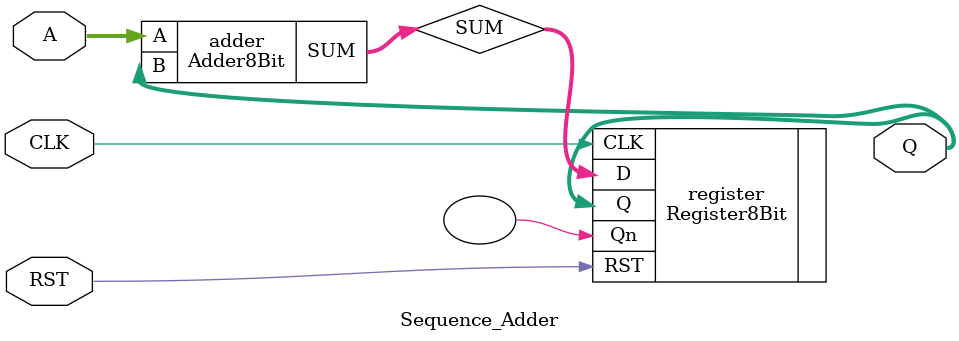
<source format=v>
`timescale 1ns/1ns

module Adder8Bit(output [7:0] SUM, input [7:0] A, input [7:0] B);
    assign #260 SUM = A + B;
endmodule


module Sequence_Adder(output [7:0] Q, input [7:0] A, input CLK, input RST);
    wire [7:0] SUM;

    Adder8Bit adder (.SUM(SUM), .A(A), .B(Q));
    Register8Bit register (.Q(Q), .Qn(), .D(SUM), .CLK(CLK), .RST(RST));
    
endmodule
</source>
